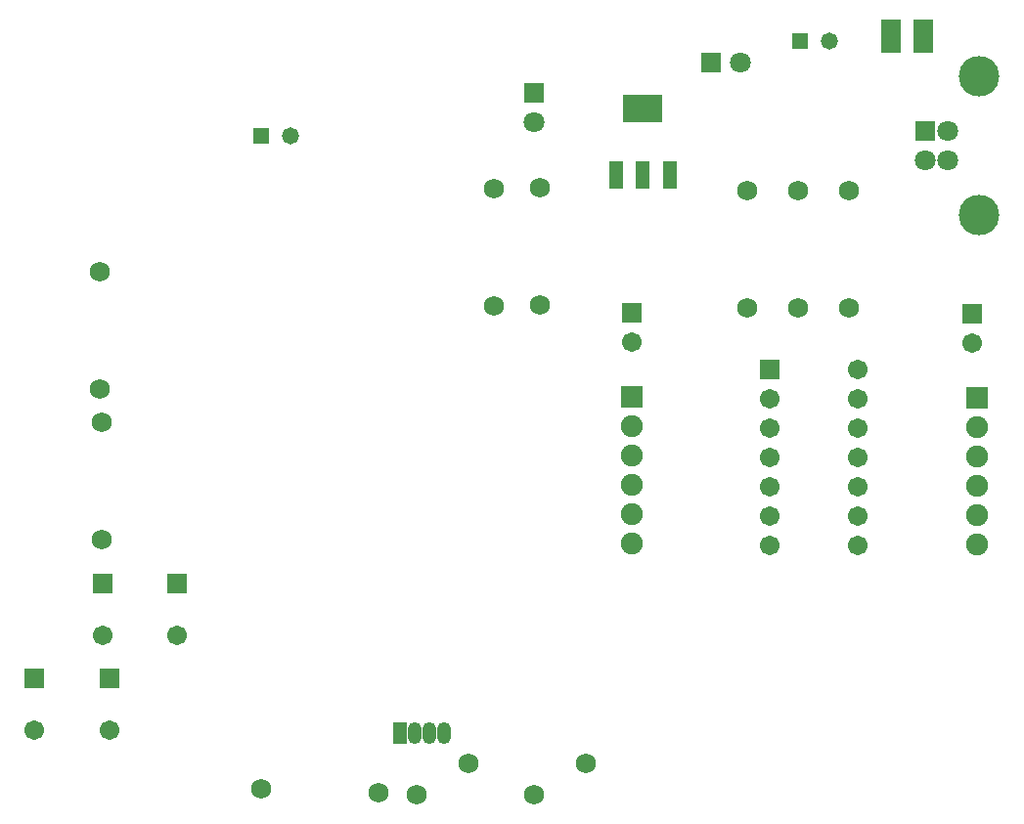
<source format=gbr>
G04 DipTrace 3.0.0.2*
G04 TopMask.gbr*
%MOMM*%
G04 #@! TF.FileFunction,Soldermask,Top*
G04 #@! TF.Part,Single*
%ADD50R,3.454X2.354*%
%ADD52R,1.154X2.354*%
%ADD54C,1.704*%
%ADD56R,1.804X2.904*%
%ADD58C,1.728*%
%ADD60C,1.728*%
%ADD62C,3.504*%
%ADD64C,1.804*%
%ADD66C,1.904*%
%ADD68R,1.904X1.904*%
%ADD70C,1.704*%
%ADD72R,1.704X1.704*%
%ADD74R,1.254X1.904*%
%ADD76O,1.254X1.904*%
%ADD78R,1.474X1.474*%
%ADD80C,1.474*%
%ADD82R,1.804X1.804*%
%ADD84C,1.804*%
%FSLAX35Y35*%
G04*
G71*
G90*
G75*
G01*
G04 TopMask*
%LPD*%
D84*
X5717790Y6969073D3*
D82*
Y7223073D3*
D84*
X7500567Y7489987D3*
D82*
X7246567D3*
D80*
X8267897Y7676823D3*
D78*
X8013897D3*
D80*
X3606923Y6855433D3*
D78*
X3352923D3*
D76*
X4937540Y1683313D3*
X4683540D3*
D74*
X4556540D3*
D76*
X4810540D3*
D72*
X6562640Y5324070D3*
D70*
Y5070070D3*
D72*
X9505850Y5308413D3*
D70*
Y5054413D3*
D68*
X9549370Y4583927D3*
D66*
Y4329927D3*
Y4075927D3*
Y3821927D3*
Y3567927D3*
Y3313927D3*
D68*
X6560047Y4590347D3*
D66*
Y4336347D3*
Y4082347D3*
Y3828347D3*
Y3574347D3*
Y3320347D3*
D82*
X9097703Y6894820D3*
D64*
Y6644820D3*
X9297703D3*
Y6894820D3*
D62*
X9568703Y6167820D3*
Y7371820D3*
D60*
X5763290Y5388860D3*
D58*
Y6404860D3*
D60*
X5365063Y5377910D3*
D58*
Y6393910D3*
D60*
X1953160Y5678873D3*
D58*
Y4662873D3*
D60*
X1972573Y4371377D3*
D58*
Y3355377D3*
D60*
X7563340Y5360220D3*
D58*
Y6376220D3*
D60*
X8002310Y6380047D3*
D58*
Y5364047D3*
D60*
X8442947Y6378453D3*
D58*
Y5362453D3*
D56*
X9083437Y7716040D3*
X8803437D3*
D60*
X5144087Y1419180D3*
D58*
X6160087D3*
D60*
X4699633Y1149333D3*
D58*
X5715633D3*
D60*
X3350400Y1196953D3*
D58*
X4365853Y1163593D3*
D72*
X1977503Y2972920D3*
D54*
Y2522920D3*
X2627503D3*
D72*
Y2972920D3*
X1388187Y2151663D3*
D54*
Y1701663D3*
X2038187D3*
D72*
Y2151663D3*
X7758943Y4833760D3*
D70*
Y4579760D3*
Y4325760D3*
Y4071760D3*
Y3817760D3*
Y3563760D3*
Y3309760D3*
X8520943D3*
Y3563760D3*
Y3817760D3*
Y4071760D3*
Y4325760D3*
Y4579760D3*
Y4833760D3*
D52*
X6428583Y6510810D3*
X6658583D3*
X6888583D3*
D50*
X6658583Y7090810D3*
M02*

</source>
